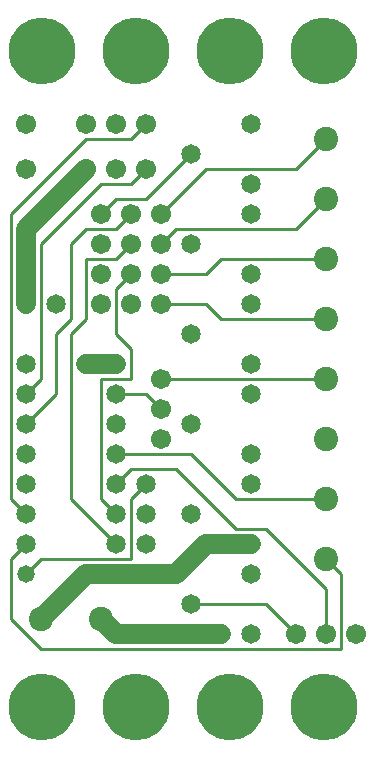
<source format=gbl>
%MOIN*%
%FSLAX25Y25*%
G04 D10 used for Character Trace; *
G04     Circle (OD=.01000) (No hole)*
G04 D11 used for Power Trace; *
G04     Circle (OD=.06700) (No hole)*
G04 D12 used for Signal Trace; *
G04     Circle (OD=.01100) (No hole)*
G04 D13 used for Via; *
G04     Circle (OD=.05800) (Round. Hole ID=.02800)*
G04 D14 used for Component hole; *
G04     Circle (OD=.06500) (Round. Hole ID=.03500)*
G04 D15 used for Component hole; *
G04     Circle (OD=.06700) (Round. Hole ID=.04300)*
G04 D16 used for Component hole; *
G04     Circle (OD=.08100) (Round. Hole ID=.05100)*
G04 D17 used for Component hole; *
G04     Circle (OD=.08900) (Round. Hole ID=.05900)*
G04 D18 used for Component hole; *
G04     Circle (OD=.11300) (Round. Hole ID=.08300)*
G04 D19 used for Component hole; *
G04     Circle (OD=.16000) (Round. Hole ID=.13000)*
G04 D20 used for Component hole; *
G04     Circle (OD=.18300) (Round. Hole ID=.15300)*
G04 D21 used for Component hole; *
G04     Circle (OD=.22291) (Round. Hole ID=.19291)*
%ADD10C,.01000*%
%ADD11C,.06700*%
%ADD12C,.01100*%
%ADD13C,.05800*%
%ADD14C,.06500*%
%ADD15C,.06700*%
%ADD16C,.08100*%
%ADD17C,.08900*%
%ADD18C,.11300*%
%ADD19C,.16000*%
%ADD20C,.18300*%
%ADD21C,.22291*%
%IPPOS*%
%LPD*%
G90*X0Y0D02*D21*X15625Y15625D03*D12*              
X15000Y35000D02*X115000D01*Y60000D01*             
X110000Y65000D01*D16*D03*D12*Y40000D02*Y55000D01* 
D15*Y40000D03*X120000D03*X100000D03*D12*          
X90000Y50000D01*X65000D01*D14*D03*D13*            
X75000Y40000D03*D11*X40000D01*X35000Y45000D01*D16*
D03*D14*X50000Y60000D03*D11*X30000D01*            
X15000Y45000D01*D16*D03*D12*Y35000D02*            
X5000Y45000D01*Y65000D01*X10000Y70000D01*D14*D03* 
D12*Y60000D02*X15000Y65000D01*D13*X10000Y60000D03*
D12*X15000Y65000D02*X45000D01*Y85000D01*          
X50000Y90000D01*D14*D03*D12*X40000D02*            
X45000Y95000D01*D14*X40000Y90000D03*D12*          
X45000Y95000D02*X60000D01*X80000Y75000D01*        
X90000D01*X110000Y55000D01*D14*X85000Y70000D03*   
D11*X70000D01*X60000Y60000D01*X50000D01*D14*      
X40000Y70000D03*D12*X25000Y85000D01*Y140000D01*   
X30000Y145000D01*Y165000D01*X40000D01*            
X45000Y170000D01*D15*D03*D12*X30000Y175000D02*    
X40000D01*X25000Y170000D02*X30000Y175000D01*      
X25000Y145000D02*Y170000D01*X20000Y140000D02*     
X25000Y145000D01*X20000Y120000D02*Y140000D01*     
X10000Y110000D02*X20000Y120000D01*D14*            
X10000Y110000D03*Y120000D03*D12*X15000Y125000D01* 
Y170000D01*X35000Y190000D01*X45000D01*            
X50000Y195000D01*D15*D03*D12*X35000Y180000D02*    
X40000Y185000D01*D15*X35000Y180000D03*D12*        
X40000Y175000D02*X45000Y180000D01*D15*D03*D12*    
X40000Y185000D02*X50000D01*D15*X30000Y195000D03*  
D11*X10000Y175000D01*Y150000D01*D14*D03*X20000D03*
D13*X30000Y130000D03*D11*X40000D01*D14*D03*D12*   
X35000Y125000D02*X45000D01*X35000Y85000D02*       
Y125000D01*X40000Y80000D02*X35000Y85000D01*D14*   
X40000Y80000D03*X50000Y70000D03*Y80000D03*        
X40000Y100000D03*D12*X65000D01*X80000Y85000D01*   
X110000D01*D16*D03*Y105000D03*D14*X85000Y60000D03*
Y100000D03*Y90000D03*Y120000D03*D16*              
X110000Y125000D03*D12*X55000D01*D15*D03*D12*      
Y115000D02*X50000Y120000D01*D15*X55000Y115000D03* 
D12*X40000Y120000D02*X50000D01*D14*X40000D03*D12* 
X45000Y125000D02*Y135000D01*X40000Y140000D01*     
Y155000D01*X45000Y160000D01*D15*D03*              
X55000Y150000D03*D12*X70000D01*X75000Y145000D01*  
X110000D01*D16*D03*Y165000D03*D12*X75000D01*      
X70000Y160000D01*X55000D01*D15*D03*D14*           
X65000Y170000D03*D15*X45000Y150000D03*            
X55000Y170000D03*D12*X60000Y175000D01*X100000D01* 
X110000Y185000D01*D16*D03*D12*X70000Y195000D02*   
X100000D01*X55000Y180000D02*X70000Y195000D01*D15* 
X55000Y180000D03*D12*X50000Y185000D02*            
X65000Y200000D01*D14*D03*D15*X50000Y210000D03*D12*
X45000Y205000D01*X30000D01*X5000Y180000D01*       
Y85000D01*X10000Y80000D01*D14*D03*Y90000D03*      
Y100000D03*X40000Y110000D03*D15*X55000Y105000D03* 
D14*X10000Y130000D03*X65000Y80000D03*Y110000D03*  
Y140000D03*D21*X46875Y15625D03*X78125D03*D15*     
X35000Y150000D03*D14*X85000Y40000D03*Y130000D03*  
Y150000D03*Y160000D03*D15*X35000D03*Y170000D03*   
D14*X85000Y180000D03*D21*X109375Y15625D03*D14*    
X85000Y190000D03*D12*X100000Y195000D02*           
X110000Y205000D01*D16*D03*D14*X85000Y210000D03*   
D21*X78125Y234375D03*X109375D03*X46875D03*D15*    
X40000Y210000D03*Y195000D03*X30000Y210000D03*D21* 
X15625Y234375D03*D15*X10000Y210000D03*Y195000D03* 
M02*                                              

</source>
